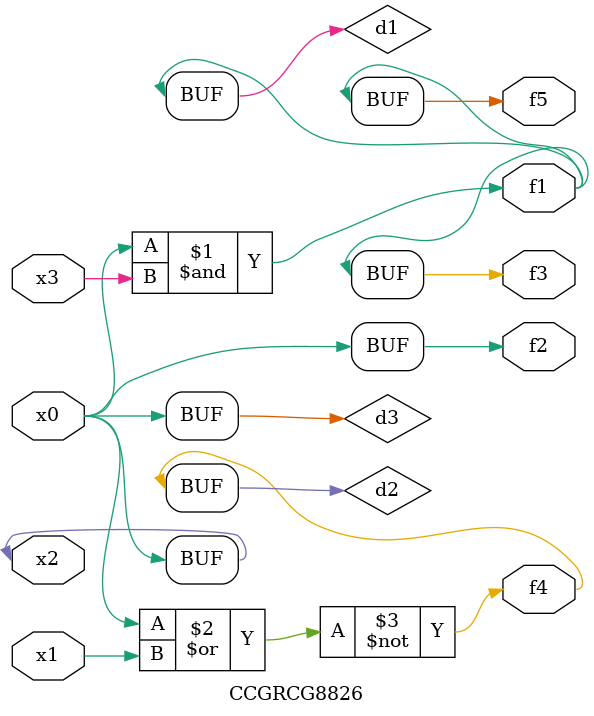
<source format=v>
module CCGRCG8826(
	input x0, x1, x2, x3,
	output f1, f2, f3, f4, f5
);

	wire d1, d2, d3;

	and (d1, x2, x3);
	nor (d2, x0, x1);
	buf (d3, x0, x2);
	assign f1 = d1;
	assign f2 = d3;
	assign f3 = d1;
	assign f4 = d2;
	assign f5 = d1;
endmodule

</source>
